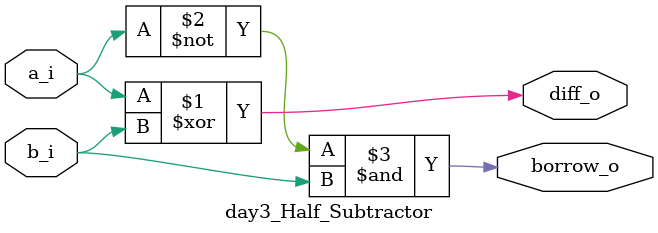
<source format=sv>
`timescale 1ns/1ps 

module day3_Half_Subtractor(
      input logic a_i,
     input logic b_i,
     
     output logic diff_o,
     output logic borrow_o);

  
     assign diff_o= a_i ^ b_i;
     assign borrow_o = (~a_i) & b_i;

endmodule 
</source>
